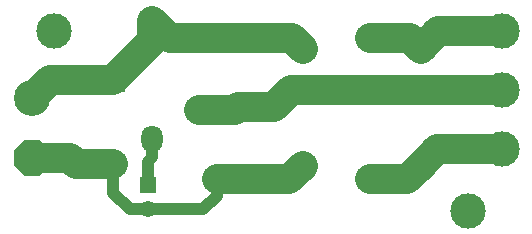
<source format=gbl>
G04 Layer_Physical_Order=2*
G04 Layer_Color=16711680*
%FSLAX43Y43*%
%MOMM*%
G71*
G01*
G75*
%ADD10C,1.000*%
%ADD11C,2.500*%
%ADD12C,0.500*%
%ADD13O,1.800X2.300*%
%ADD14C,3.000*%
%ADD15R,2.000X2.000*%
%ADD16C,2.000*%
%ADD17P,3.299X8X112.5*%
%ADD18C,3.048*%
%ADD19C,2.300*%
%ADD20P,2.490X8X292.5*%
%ADD21R,1.397X1.397*%
%ADD22C,1.397*%
%ADD23O,2.500X1.524*%
D10*
X21463Y3302D02*
Y4699D01*
X20320Y2159D02*
X21463Y3302D01*
X15621Y2159D02*
X20320D01*
X14097D02*
X15621D01*
X12700Y3556D02*
X14097Y2159D01*
X12700Y3556D02*
Y5975D01*
X16002Y6553D02*
Y8128D01*
X15621Y6172D02*
X16002Y6553D01*
X15621Y4191D02*
Y6172D01*
D11*
X27732Y12239D02*
X45593D01*
X26285Y10792D02*
X27732Y12239D01*
X21463Y4699D02*
X27592D01*
X28735Y5842D01*
X40232Y17239D02*
X45593D01*
X38735Y15742D02*
X40232Y17239D01*
X34465Y16637D02*
X37840D01*
X38735Y15742D01*
X40132Y7239D02*
X45593D01*
X38735Y5842D02*
X40132Y7239D01*
X34465Y4699D02*
X37592D01*
X38735Y5842D01*
X7360Y13075D02*
X12700D01*
X5842Y11557D02*
X7360Y13075D01*
X16002Y16377D02*
Y18136D01*
X12700Y13075D02*
X16002Y16377D01*
X21463Y16637D02*
X27840D01*
X28735Y15742D01*
X17501Y16637D02*
X21463D01*
X16002Y18136D02*
X17501Y16637D01*
X9519Y5975D02*
X12700D01*
X9017Y6477D02*
X9519Y5975D01*
X5842Y6477D02*
X9017D01*
X23238Y10792D02*
X26285D01*
X19987Y10541D02*
X22987D01*
D12*
X23238Y10792D01*
D13*
X16002Y18136D02*
D03*
Y8128D02*
D03*
D14*
X42704Y2032D02*
D03*
X45593Y12239D02*
D03*
Y7239D02*
D03*
Y17239D02*
D03*
X7652Y17272D02*
D03*
D15*
X12700Y13075D02*
D03*
D16*
Y5975D02*
D03*
D17*
X5842Y6477D02*
D03*
D18*
Y11557D02*
D03*
D19*
X38735Y15742D02*
D03*
Y5842D02*
D03*
X26285Y10792D02*
D03*
D20*
X28735Y15742D02*
D03*
Y5842D02*
D03*
D21*
X15621Y4191D02*
D03*
D22*
Y2159D02*
D03*
D23*
X34465Y4699D02*
D03*
X19987Y10541D02*
D03*
X34465Y16637D02*
D03*
X21463D02*
D03*
Y4699D02*
D03*
M02*

</source>
